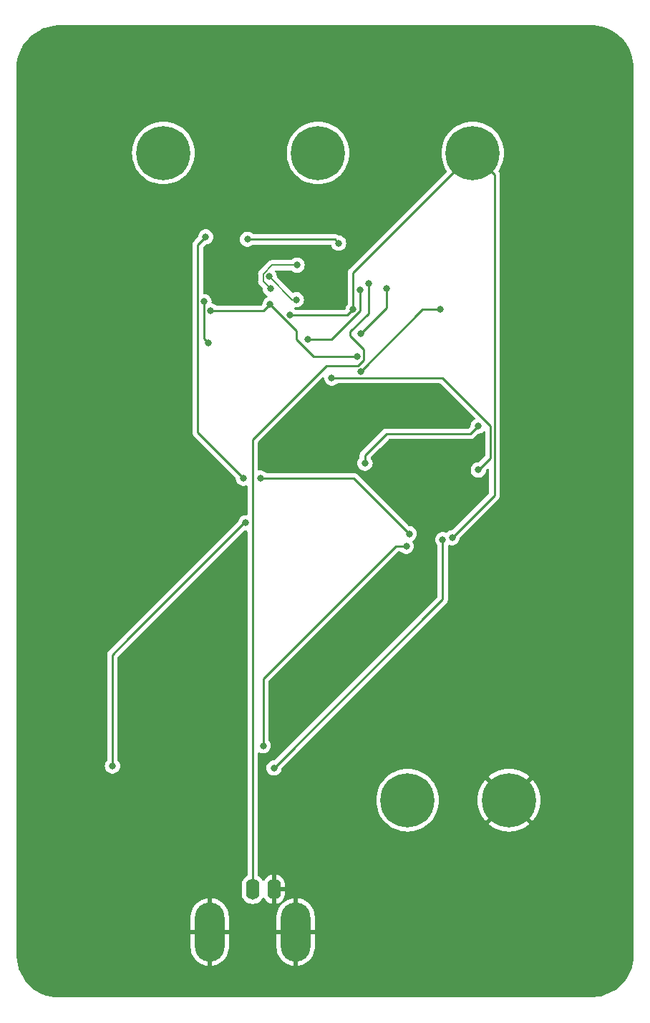
<source format=gbr>
%TF.GenerationSoftware,KiCad,Pcbnew,7.0.5*%
%TF.CreationDate,2023-09-04T17:01:56+02:00*%
%TF.ProjectId,mABoard,6d41426f-6172-4642-9e6b-696361645f70,rev?*%
%TF.SameCoordinates,Original*%
%TF.FileFunction,Copper,L2,Bot*%
%TF.FilePolarity,Positive*%
%FSLAX46Y46*%
G04 Gerber Fmt 4.6, Leading zero omitted, Abs format (unit mm)*
G04 Created by KiCad (PCBNEW 7.0.5) date 2023-09-04 17:01:56*
%MOMM*%
%LPD*%
G01*
G04 APERTURE LIST*
%TA.AperFunction,ComponentPad*%
%ADD10O,1.600000X2.500000*%
%TD*%
%TA.AperFunction,ComponentPad*%
%ADD11O,3.500000X7.000000*%
%TD*%
%TA.AperFunction,ComponentPad*%
%ADD12C,0.800000*%
%TD*%
%TA.AperFunction,ComponentPad*%
%ADD13C,6.400000*%
%TD*%
%TA.AperFunction,ViaPad*%
%ADD14C,0.800000*%
%TD*%
%TA.AperFunction,Conductor*%
%ADD15C,0.250000*%
%TD*%
%TA.AperFunction,Conductor*%
%ADD16C,0.200000*%
%TD*%
G04 APERTURE END LIST*
D10*
%TO.P,J2,1,In*%
%TO.N,IOUT*%
X83930000Y-144960000D03*
D11*
%TO.P,J2,2,Ext*%
%TO.N,GND*%
X78850000Y-150040000D03*
X89010000Y-150040000D03*
D10*
X86470000Y-144960000D03*
%TD*%
D12*
%TO.P,H5,1,1*%
%TO.N,VOUT*%
X102250000Y-132050000D03*
X103947056Y-136147056D03*
X103947056Y-132752944D03*
X104650000Y-134450000D03*
D13*
X102250000Y-134450000D03*
D12*
X102250000Y-136850000D03*
X100552944Y-132752944D03*
X100552944Y-136147056D03*
X99850000Y-134450000D03*
%TD*%
%TO.P,H4,1,1*%
%TO.N,GND*%
X114240000Y-132050000D03*
X115937056Y-136147056D03*
X115937056Y-132752944D03*
X116640000Y-134450000D03*
D13*
X114240000Y-134450000D03*
D12*
X114240000Y-136850000D03*
X112542944Y-132752944D03*
X112542944Y-136147056D03*
X111840000Y-134450000D03*
%TD*%
%TO.P,H3,1,1*%
%TO.N,Net-(FB2-Pad1)*%
X70970000Y-57900000D03*
X71672944Y-59597056D03*
X71672944Y-56202944D03*
X73370000Y-60300000D03*
D13*
X73370000Y-57900000D03*
D12*
X75770000Y-57900000D03*
X75067056Y-56202944D03*
X75067056Y-59597056D03*
X73370000Y-55500000D03*
%TD*%
%TO.P,H2,1,1*%
%TO.N,Net-(FB1-Pad1)*%
X89260000Y-57900000D03*
X89962944Y-59597056D03*
X89962944Y-56202944D03*
X91660000Y-60300000D03*
D13*
X91660000Y-57900000D03*
D12*
X94060000Y-57900000D03*
X93357056Y-56202944D03*
X93357056Y-59597056D03*
X91660000Y-55500000D03*
%TD*%
%TO.P,H1,1,1*%
%TO.N,-5V*%
X109950000Y-55500000D03*
X111647056Y-59597056D03*
X111647056Y-56202944D03*
X112350000Y-57900000D03*
D13*
X109950000Y-57900000D03*
D12*
X109950000Y-60300000D03*
X108252944Y-56202944D03*
X108252944Y-59597056D03*
X107550000Y-57900000D03*
%TD*%
D14*
%TO.N,Net-(U2B-+)*%
X106130000Y-76390000D03*
X96686630Y-83715391D03*
%TO.N,GND*%
X122287521Y-43350556D03*
X119744715Y-43351362D03*
X117201909Y-43352168D03*
X114659103Y-43352975D03*
X112116297Y-43353781D03*
X109573492Y-43354587D03*
X107030686Y-43355394D03*
X104487880Y-43356200D03*
X101945074Y-43357006D03*
X99402268Y-43357813D03*
X96859462Y-43358619D03*
X94316656Y-43359425D03*
X91773850Y-43360232D03*
X89231045Y-43361038D03*
X86688239Y-43361844D03*
X84145433Y-43362651D03*
X81602627Y-43363457D03*
X79059821Y-43364263D03*
X76517015Y-43365070D03*
X73974209Y-43365876D03*
X71431403Y-43366682D03*
X68888598Y-43367489D03*
X66345792Y-43368295D03*
X63802986Y-43369101D03*
X61260180Y-43369908D03*
X58835403Y-44027854D03*
X57084781Y-45802133D03*
X56600000Y-48268339D03*
X56600000Y-50811145D03*
X56600000Y-53353951D03*
X56600000Y-55896757D03*
X56600000Y-58439563D03*
X56600000Y-60982369D03*
X56600000Y-63525175D03*
X56600000Y-66067981D03*
X56600000Y-68610787D03*
X56600000Y-71153593D03*
X56600000Y-73696399D03*
X56600000Y-76239205D03*
X56600000Y-78782011D03*
X56600000Y-81324817D03*
X56600000Y-83867623D03*
X56600000Y-86410429D03*
X56600000Y-88953235D03*
X56600000Y-91496041D03*
X56600000Y-94038847D03*
X56600000Y-96581653D03*
X56600000Y-99124459D03*
X56600000Y-101667265D03*
X56600000Y-104210071D03*
X56600000Y-106752877D03*
X56600000Y-109295683D03*
X56600000Y-111838489D03*
X56600000Y-114381295D03*
X56600000Y-116924101D03*
X56600000Y-119466907D03*
X56600000Y-122009713D03*
X56600000Y-124552519D03*
X56600000Y-127095325D03*
X56600000Y-129638131D03*
X56600000Y-132180937D03*
X56600000Y-134723743D03*
X56600000Y-137266549D03*
X56600000Y-139809355D03*
X56600000Y-142352161D03*
X56600000Y-144894967D03*
X56600000Y-147437773D03*
X56600000Y-149980579D03*
X56600000Y-152523385D03*
X57215167Y-154951889D03*
X59006520Y-156684244D03*
X61462729Y-157209919D03*
X64005535Y-157209108D03*
X66548341Y-157208298D03*
X69091147Y-157207487D03*
X71633953Y-157206676D03*
X74176759Y-157205865D03*
X76719564Y-157205054D03*
X79262370Y-157204243D03*
X81805176Y-157203433D03*
X84347982Y-157202622D03*
X86890788Y-157201811D03*
X89433594Y-157201000D03*
X91976400Y-157200189D03*
X94519205Y-157199378D03*
X97062011Y-157198567D03*
X99604817Y-157197757D03*
X102147623Y-157196946D03*
X104690429Y-157196135D03*
X107233235Y-157195324D03*
X109776041Y-157194513D03*
X112318847Y-157193702D03*
X114861652Y-157192891D03*
X117404458Y-157192081D03*
X119947264Y-157191270D03*
X122490070Y-157190459D03*
X125020087Y-157051060D03*
X127159690Y-155759861D03*
X128336222Y-153567386D03*
X128420000Y-151030722D03*
X128420000Y-148487916D03*
X128420000Y-145945110D03*
X128420000Y-143402304D03*
X128420000Y-140859498D03*
X128420000Y-138316692D03*
X128420000Y-135773886D03*
X128420000Y-133231080D03*
X128420000Y-130688274D03*
X128420000Y-128145468D03*
X128420000Y-125602662D03*
X128420000Y-123059856D03*
X128420000Y-120517050D03*
X128420000Y-117974244D03*
X128420000Y-115431438D03*
X128420000Y-112888632D03*
X128420000Y-110345826D03*
X128420000Y-107803020D03*
X128420000Y-105260214D03*
X128420000Y-102717408D03*
X128420000Y-100174602D03*
X128420000Y-97631796D03*
X128420000Y-95088990D03*
X128420000Y-92546184D03*
X128420000Y-90003378D03*
X128420000Y-87460572D03*
X128420000Y-84917766D03*
X128420000Y-82374960D03*
X128420000Y-79832154D03*
X128420000Y-77289348D03*
X128420000Y-74746542D03*
X128420000Y-72203736D03*
X128420000Y-69660930D03*
X128420000Y-67118124D03*
X128420000Y-64575318D03*
X128420000Y-62032512D03*
X128420000Y-59489706D03*
X128420000Y-56946900D03*
X128420000Y-54404094D03*
X128420000Y-51861288D03*
X128420000Y-49318482D03*
X128266571Y-46787509D03*
X127041465Y-44601457D03*
X124828087Y-43411697D03*
%TO.N,-5V*%
X88332299Y-77087701D03*
X107530000Y-103400000D03*
%TO.N,+10V*%
X78370000Y-67820000D03*
X82830000Y-96360000D03*
X84870000Y-96360000D03*
X102450000Y-102940000D03*
%TO.N,-5V*%
X86450000Y-130640000D03*
X106400000Y-103640000D03*
%TO.N,Net-(D3-A)*%
X102100000Y-104400000D03*
X85160000Y-127990000D03*
%TO.N,Net-(D4-A)*%
X67340000Y-130410000D03*
X83110000Y-101650000D03*
%TO.N,IOUT*%
X97630000Y-73300000D03*
%TO.N,+10V*%
X99800000Y-73920000D03*
X96740000Y-79270000D03*
%TO.N,Net-(U2A-+)*%
X110620000Y-95380000D03*
X93280000Y-84520000D03*
%TO.N,Net-(J1-Pin_4)*%
X110600000Y-90210000D03*
X97210000Y-94580000D03*
%TO.N,Net-(Q1-B)*%
X96310000Y-81940000D03*
%TO.N,Net-(U1-Ref)*%
X90410000Y-79920000D03*
X96640000Y-74100000D03*
%TO.N,-5V*%
X95810000Y-76370000D03*
%TO.N,+10V*%
X94090000Y-68560000D03*
X83310000Y-68100000D03*
%TO.N,V-*%
X89180000Y-71170000D03*
X86040000Y-73950000D03*
%TO.N,V+*%
X85870000Y-72500000D03*
X89080000Y-75250000D03*
%TO.N,Net-(Q1-B)*%
X86000000Y-75780000D03*
X78940000Y-76550000D03*
%TO.N,VOUT*%
X78660000Y-80390000D03*
X78160000Y-75470000D03*
%TD*%
D15*
%TO.N,Net-(U2B-+)*%
X104012021Y-76390000D02*
X106130000Y-76390000D01*
X96686630Y-83715391D02*
X104012021Y-76390000D01*
%TO.N,-5V*%
X88332299Y-77087701D02*
X95092299Y-77087701D01*
X95092299Y-77087701D02*
X95810000Y-76370000D01*
X112530000Y-98400000D02*
X112530000Y-60480000D01*
X112530000Y-60480000D02*
X109950000Y-57900000D01*
X107530000Y-103400000D02*
X112530000Y-98400000D01*
%TO.N,+10V*%
X77435000Y-68755000D02*
X78370000Y-67820000D01*
X77435000Y-90965000D02*
X77435000Y-68755000D01*
X82830000Y-96360000D02*
X77435000Y-90965000D01*
X95870000Y-96360000D02*
X84870000Y-96360000D01*
X102450000Y-102940000D02*
X95870000Y-96360000D01*
%TO.N,-5V*%
X106400000Y-110690000D02*
X106400000Y-103640000D01*
X86450000Y-130640000D02*
X106400000Y-110690000D01*
%TO.N,Net-(D3-A)*%
X85160000Y-120110000D02*
X85160000Y-127990000D01*
X100870000Y-104400000D02*
X85160000Y-120110000D01*
X102100000Y-104400000D02*
X100870000Y-104400000D01*
%TO.N,Net-(D4-A)*%
X82930000Y-101650000D02*
X69320000Y-115260000D01*
X69320000Y-115260000D02*
X67340000Y-117240000D01*
X83110000Y-101650000D02*
X82930000Y-101650000D01*
X67340000Y-117240000D02*
X67340000Y-130410000D01*
%TO.N,IOUT*%
X83930000Y-91790000D02*
X83930000Y-144960000D01*
X92670000Y-83050000D02*
X83930000Y-91790000D01*
X96400000Y-83050000D02*
X92670000Y-83050000D01*
X97035000Y-82415000D02*
X96400000Y-83050000D01*
X97035000Y-81115000D02*
X97035000Y-82415000D01*
X96960000Y-81040000D02*
X97035000Y-81115000D01*
X96960000Y-81010000D02*
X96960000Y-81040000D01*
X95450000Y-79030000D02*
X95450000Y-79500000D01*
X97630000Y-76850000D02*
X95450000Y-79030000D01*
X97630000Y-73300000D02*
X97630000Y-76850000D01*
X95450000Y-79500000D02*
X96960000Y-81010000D01*
%TO.N,+10V*%
X99800000Y-76210000D02*
X96740000Y-79270000D01*
X99800000Y-73920000D02*
X99800000Y-76210000D01*
%TO.N,Net-(U2A-+)*%
X110660000Y-95380000D02*
X110620000Y-95380000D01*
X112080000Y-93970000D02*
X112070000Y-93970000D01*
X106380000Y-84520000D02*
X112080000Y-90220000D01*
X93280000Y-84520000D02*
X106380000Y-84520000D01*
X112080000Y-90220000D02*
X112080000Y-93970000D01*
X112070000Y-93970000D02*
X110660000Y-95380000D01*
%TO.N,Net-(J1-Pin_4)*%
X109700000Y-91110000D02*
X110600000Y-90210000D01*
X109400000Y-91110000D02*
X109700000Y-91110000D01*
X98490000Y-92380000D02*
X99760000Y-91110000D01*
X99760000Y-91110000D02*
X109400000Y-91110000D01*
X97210000Y-93660000D02*
X98490000Y-92380000D01*
X97210000Y-94580000D02*
X97210000Y-93660000D01*
%TO.N,Net-(Q1-B)*%
X91130000Y-81940000D02*
X96310000Y-81940000D01*
X89110000Y-79920000D02*
X91130000Y-81940000D01*
X86000000Y-75780000D02*
X89110000Y-78890000D01*
X89110000Y-78890000D02*
X89110000Y-79920000D01*
%TO.N,Net-(U1-Ref)*%
X93285305Y-79920000D02*
X90410000Y-79920000D01*
X96640000Y-74100000D02*
X96640000Y-76565305D01*
X96640000Y-76565305D02*
X93285305Y-79920000D01*
%TO.N,-5V*%
X95810000Y-72040000D02*
X95810000Y-76370000D01*
X109950000Y-57900000D02*
X95810000Y-72040000D01*
%TO.N,+10V*%
X94090000Y-68560000D02*
X93630000Y-68100000D01*
X93630000Y-68100000D02*
X83310000Y-68100000D01*
D16*
%TO.N,V-*%
X85170000Y-73080000D02*
X86040000Y-73950000D01*
X85170000Y-72210050D02*
X85170000Y-73080000D01*
X86210050Y-71170000D02*
X85170000Y-72210050D01*
X89180000Y-71170000D02*
X86210050Y-71170000D01*
%TO.N,V+*%
X88620000Y-75250000D02*
X85870000Y-72500000D01*
X89080000Y-75250000D02*
X88620000Y-75250000D01*
D15*
%TO.N,Net-(Q1-B)*%
X85230000Y-76550000D02*
X86000000Y-75780000D01*
X78940000Y-76550000D02*
X85230000Y-76550000D01*
%TO.N,VOUT*%
X78160000Y-79890000D02*
X78660000Y-80390000D01*
X78160000Y-75470000D02*
X78160000Y-79890000D01*
%TD*%
%TA.AperFunction,Conductor*%
%TO.N,GND*%
G36*
X116096420Y-135952867D02*
G01*
X116034601Y-135911561D01*
X115961680Y-135897056D01*
X115912432Y-135897056D01*
X115839511Y-135911561D01*
X115756816Y-135966816D01*
X115701561Y-136049511D01*
X115682158Y-136147056D01*
X115701561Y-136244601D01*
X115742867Y-136306420D01*
X115184180Y-135747733D01*
X115374870Y-135584870D01*
X115537733Y-135394180D01*
X116096420Y-135952867D01*
G37*
%TD.AperFunction*%
%TA.AperFunction,Conductor*%
G36*
X113105130Y-135584870D02*
G01*
X113295819Y-135747733D01*
X112737135Y-136306416D01*
X112778439Y-136244601D01*
X112797842Y-136147056D01*
X112778439Y-136049511D01*
X112723184Y-135966816D01*
X112640489Y-135911561D01*
X112567568Y-135897056D01*
X112518320Y-135897056D01*
X112445399Y-135911561D01*
X112383577Y-135952868D01*
X112942266Y-135394180D01*
X113105130Y-135584870D01*
G37*
%TD.AperFunction*%
%TA.AperFunction,Conductor*%
G36*
X113295819Y-133152266D02*
G01*
X113105130Y-133315130D01*
X112942266Y-133505819D01*
X112383581Y-132947133D01*
X112445399Y-132988439D01*
X112518320Y-133002944D01*
X112567568Y-133002944D01*
X112640489Y-132988439D01*
X112723184Y-132933184D01*
X112778439Y-132850489D01*
X112797842Y-132752944D01*
X112778439Y-132655399D01*
X112737133Y-132593581D01*
X113295819Y-133152266D01*
G37*
%TD.AperFunction*%
%TA.AperFunction,Conductor*%
G36*
X115701561Y-132655399D02*
G01*
X115682158Y-132752944D01*
X115701561Y-132850489D01*
X115756816Y-132933184D01*
X115839511Y-132988439D01*
X115912432Y-133002944D01*
X115961680Y-133002944D01*
X116034601Y-132988439D01*
X116096415Y-132947135D01*
X115537732Y-133505818D01*
X115374870Y-133315130D01*
X115184180Y-133152266D01*
X115742867Y-132593578D01*
X115701561Y-132655399D01*
G37*
%TD.AperFunction*%
%TA.AperFunction,Conductor*%
G36*
X124001279Y-42790552D02*
G01*
X124217340Y-42799489D01*
X124415936Y-42808160D01*
X124420863Y-42808574D01*
X124636814Y-42835492D01*
X124834704Y-42861545D01*
X124837265Y-42861883D01*
X124841894Y-42862671D01*
X125054230Y-42907193D01*
X125252525Y-42951155D01*
X125256784Y-42952259D01*
X125464529Y-43014108D01*
X125503425Y-43026372D01*
X125506763Y-43027530D01*
X125986766Y-43209721D01*
X126063198Y-43238732D01*
X126068428Y-43240997D01*
X126250350Y-43329933D01*
X126251660Y-43330595D01*
X126432023Y-43424486D01*
X126435107Y-43426207D01*
X126543221Y-43490628D01*
X126620611Y-43536742D01*
X126622127Y-43537676D01*
X126708578Y-43592752D01*
X126793663Y-43646958D01*
X126796377Y-43648789D01*
X126891730Y-43716870D01*
X126972053Y-43774219D01*
X126973769Y-43775490D01*
X127135117Y-43899297D01*
X127137426Y-43901159D01*
X127302150Y-44040673D01*
X127303956Y-44042264D01*
X127453905Y-44179667D01*
X127455827Y-44181506D01*
X127608491Y-44334170D01*
X127610328Y-44336089D01*
X127747725Y-44486032D01*
X127749325Y-44487848D01*
X127888841Y-44652574D01*
X127890718Y-44654902D01*
X127932039Y-44708753D01*
X127934525Y-44712236D01*
X128374055Y-45375133D01*
X128377378Y-45380770D01*
X128459397Y-45538326D01*
X128460102Y-45539724D01*
X128546870Y-45717209D01*
X128549817Y-45724324D01*
X128836435Y-46559613D01*
X128841682Y-46580845D01*
X128987997Y-47523769D01*
X128988672Y-47530576D01*
X128990526Y-47573040D01*
X128999447Y-47788718D01*
X128999500Y-47791280D01*
X128999500Y-152788719D01*
X128999447Y-152791281D01*
X128990519Y-153007129D01*
X128981839Y-153205918D01*
X128981422Y-153210884D01*
X128954515Y-153426745D01*
X128928116Y-153627262D01*
X128927327Y-153631894D01*
X128882825Y-153844137D01*
X128844391Y-154017505D01*
X128835643Y-154053540D01*
X128834815Y-154056606D01*
X128775904Y-154254483D01*
X128714683Y-154448654D01*
X128713311Y-154452549D01*
X128634771Y-154653828D01*
X128634293Y-154655017D01*
X128571007Y-154807804D01*
X128568391Y-154813332D01*
X128226332Y-155452591D01*
X128223955Y-155456655D01*
X128143036Y-155583670D01*
X128141205Y-155586384D01*
X128022071Y-155753241D01*
X128007829Y-155769863D01*
X126889679Y-156862792D01*
X126875058Y-156875033D01*
X126796395Y-156931198D01*
X126793680Y-156933030D01*
X126661763Y-157017070D01*
X126642688Y-157027011D01*
X125135311Y-157652881D01*
X125114600Y-157659421D01*
X125054111Y-157672831D01*
X124980595Y-157688245D01*
X124973822Y-157689279D01*
X123938151Y-157789213D01*
X123932193Y-157789500D01*
X61001280Y-157789500D01*
X60998719Y-157789447D01*
X60991843Y-157789162D01*
X60782759Y-157780514D01*
X60584082Y-157771839D01*
X60579116Y-157771422D01*
X60515524Y-157763495D01*
X60508880Y-157762297D01*
X59218455Y-157456235D01*
X59210216Y-157453664D01*
X59174313Y-157439655D01*
X59136143Y-157424761D01*
X59135030Y-157424314D01*
X59115753Y-157416329D01*
X59071899Y-157398163D01*
X59066524Y-157395628D01*
X58259375Y-156966604D01*
X58255160Y-156964146D01*
X58206333Y-156933039D01*
X58203619Y-156931208D01*
X58124941Y-156875033D01*
X58027940Y-156805775D01*
X58026242Y-156804518D01*
X57912761Y-156717441D01*
X57899394Y-156705559D01*
X56998762Y-155780364D01*
X56994004Y-155774865D01*
X56985486Y-155763763D01*
X56984218Y-155762051D01*
X56903497Y-155648994D01*
X56899020Y-155641711D01*
X56317913Y-154531536D01*
X56315082Y-154525316D01*
X56314863Y-154524757D01*
X56286676Y-154452517D01*
X56285319Y-154448665D01*
X56243867Y-154317198D01*
X56242386Y-154311600D01*
X56070720Y-153513350D01*
X56069653Y-153506583D01*
X56003123Y-152850795D01*
X56002863Y-152847137D01*
X56000550Y-152791231D01*
X56000500Y-152788769D01*
X56000500Y-151865236D01*
X76600000Y-151865236D01*
X76615084Y-152090564D01*
X76615086Y-152090573D01*
X76675083Y-152385758D01*
X76675087Y-152385773D01*
X76773901Y-152670343D01*
X76773903Y-152670346D01*
X76909759Y-152939198D01*
X77080254Y-153187564D01*
X77282314Y-153410971D01*
X77512361Y-153605464D01*
X77766271Y-153767554D01*
X77766273Y-153767555D01*
X78039514Y-153894351D01*
X78039528Y-153894356D01*
X78327234Y-153983605D01*
X78600000Y-154029614D01*
X78600000Y-151014625D01*
X78747801Y-151045000D01*
X78900967Y-151045000D01*
X79053348Y-151029504D01*
X79100000Y-151014867D01*
X79100000Y-154026207D01*
X79225076Y-154013624D01*
X79225079Y-154013623D01*
X79518107Y-153943791D01*
X79518116Y-153943789D01*
X79799216Y-153835525D01*
X79799231Y-153835518D01*
X80063395Y-153690751D01*
X80063401Y-153690747D01*
X80305911Y-153512064D01*
X80522451Y-153302644D01*
X80522457Y-153302637D01*
X80709145Y-153066231D01*
X80862657Y-152807051D01*
X80862666Y-152807033D01*
X80980260Y-152529716D01*
X80980265Y-152529699D01*
X81059848Y-152239173D01*
X81100000Y-151940616D01*
X81100000Y-151865236D01*
X86760000Y-151865236D01*
X86775084Y-152090564D01*
X86775086Y-152090573D01*
X86835083Y-152385758D01*
X86835087Y-152385773D01*
X86933901Y-152670343D01*
X86933903Y-152670346D01*
X87069759Y-152939198D01*
X87240254Y-153187564D01*
X87442314Y-153410971D01*
X87672361Y-153605464D01*
X87926271Y-153767554D01*
X87926273Y-153767555D01*
X88199514Y-153894351D01*
X88199528Y-153894356D01*
X88487234Y-153983605D01*
X88760000Y-154029614D01*
X88760000Y-151014625D01*
X88907801Y-151045000D01*
X89060967Y-151045000D01*
X89213348Y-151029504D01*
X89260000Y-151014867D01*
X89260000Y-154026207D01*
X89385076Y-154013624D01*
X89385079Y-154013623D01*
X89678107Y-153943791D01*
X89678116Y-153943789D01*
X89959216Y-153835525D01*
X89959231Y-153835518D01*
X90223395Y-153690751D01*
X90223401Y-153690747D01*
X90465911Y-153512064D01*
X90682451Y-153302644D01*
X90682457Y-153302637D01*
X90869145Y-153066231D01*
X91022657Y-152807051D01*
X91022666Y-152807033D01*
X91140260Y-152529716D01*
X91140265Y-152529699D01*
X91219848Y-152239173D01*
X91260000Y-151940616D01*
X91260000Y-150290000D01*
X89983411Y-150290000D01*
X90008534Y-150192970D01*
X90018886Y-149988835D01*
X89988426Y-149790000D01*
X91260000Y-149790000D01*
X91260000Y-148214763D01*
X91244915Y-147989435D01*
X91244913Y-147989426D01*
X91184916Y-147694241D01*
X91184912Y-147694226D01*
X91086098Y-147409656D01*
X91086096Y-147409653D01*
X90950240Y-147140801D01*
X90779745Y-146892435D01*
X90577685Y-146669028D01*
X90347638Y-146474535D01*
X90093728Y-146312445D01*
X90093726Y-146312444D01*
X89820485Y-146185648D01*
X89820471Y-146185643D01*
X89532765Y-146096394D01*
X89260000Y-146050384D01*
X89260000Y-149065374D01*
X89112199Y-149035000D01*
X88959033Y-149035000D01*
X88806652Y-149050496D01*
X88760000Y-149065132D01*
X88760000Y-146053792D01*
X88634922Y-146066375D01*
X88634920Y-146066376D01*
X88341892Y-146136208D01*
X88341883Y-146136210D01*
X88060783Y-146244474D01*
X88060768Y-146244481D01*
X87796604Y-146389248D01*
X87796598Y-146389252D01*
X87554088Y-146567935D01*
X87337548Y-146777355D01*
X87337542Y-146777362D01*
X87150854Y-147013768D01*
X86997342Y-147272948D01*
X86997333Y-147272966D01*
X86879739Y-147550283D01*
X86879734Y-147550300D01*
X86800151Y-147840826D01*
X86760000Y-148139383D01*
X86760000Y-149790000D01*
X88036589Y-149790000D01*
X88011466Y-149887030D01*
X88001114Y-150091165D01*
X88031574Y-150290000D01*
X86760000Y-150290000D01*
X86760000Y-151865236D01*
X81100000Y-151865236D01*
X81100000Y-150290000D01*
X79823411Y-150290000D01*
X79848534Y-150192970D01*
X79858886Y-149988835D01*
X79828426Y-149790000D01*
X81100000Y-149790000D01*
X81100000Y-148214763D01*
X81084915Y-147989435D01*
X81084913Y-147989426D01*
X81024916Y-147694241D01*
X81024912Y-147694226D01*
X80926098Y-147409656D01*
X80926096Y-147409653D01*
X80790240Y-147140801D01*
X80619745Y-146892435D01*
X80417685Y-146669028D01*
X80187638Y-146474535D01*
X79933728Y-146312445D01*
X79933726Y-146312444D01*
X79660485Y-146185648D01*
X79660471Y-146185643D01*
X79372765Y-146096394D01*
X79100000Y-146050384D01*
X79100000Y-149065374D01*
X78952199Y-149035000D01*
X78799033Y-149035000D01*
X78646652Y-149050496D01*
X78600000Y-149065132D01*
X78600000Y-146053792D01*
X78474922Y-146066375D01*
X78474920Y-146066376D01*
X78181892Y-146136208D01*
X78181883Y-146136210D01*
X77900783Y-146244474D01*
X77900768Y-146244481D01*
X77636604Y-146389248D01*
X77636598Y-146389252D01*
X77394088Y-146567935D01*
X77177548Y-146777355D01*
X77177542Y-146777362D01*
X76990854Y-147013768D01*
X76837342Y-147272948D01*
X76837333Y-147272966D01*
X76719739Y-147550283D01*
X76719734Y-147550300D01*
X76640151Y-147840826D01*
X76600000Y-148139383D01*
X76600000Y-149790000D01*
X77876589Y-149790000D01*
X77851466Y-149887030D01*
X77841114Y-150091165D01*
X77871574Y-150290000D01*
X76600000Y-150290000D01*
X76600000Y-151865236D01*
X56000500Y-151865236D01*
X56000500Y-130410000D01*
X66434540Y-130410000D01*
X66454326Y-130598256D01*
X66454327Y-130598259D01*
X66512818Y-130778277D01*
X66512821Y-130778284D01*
X66607467Y-130942216D01*
X66666949Y-131008277D01*
X66734129Y-131082888D01*
X66887265Y-131194148D01*
X66887270Y-131194151D01*
X67060192Y-131271142D01*
X67060197Y-131271144D01*
X67245354Y-131310500D01*
X67245355Y-131310500D01*
X67434644Y-131310500D01*
X67434646Y-131310500D01*
X67619803Y-131271144D01*
X67792730Y-131194151D01*
X67945871Y-131082888D01*
X68072533Y-130942216D01*
X68167179Y-130778284D01*
X68225674Y-130598256D01*
X68245460Y-130410000D01*
X68225674Y-130221744D01*
X68167179Y-130041716D01*
X68072533Y-129877784D01*
X68072528Y-129877778D01*
X67997350Y-129794284D01*
X67967120Y-129731292D01*
X67965500Y-129711312D01*
X67965500Y-117550452D01*
X67985185Y-117483413D01*
X68001819Y-117462771D01*
X69795484Y-115669107D01*
X69795499Y-115669089D01*
X82884235Y-102580353D01*
X82945556Y-102546870D01*
X82997693Y-102546746D01*
X83015354Y-102550500D01*
X83015357Y-102550500D01*
X83180500Y-102550500D01*
X83247539Y-102570185D01*
X83293294Y-102622989D01*
X83304500Y-102674500D01*
X83304500Y-143295811D01*
X83284815Y-143362850D01*
X83251623Y-143397386D01*
X83090859Y-143509953D01*
X82929954Y-143670858D01*
X82799432Y-143857265D01*
X82799431Y-143857267D01*
X82703261Y-144063502D01*
X82703258Y-144063511D01*
X82644366Y-144283302D01*
X82644364Y-144283312D01*
X82629500Y-144453214D01*
X82629500Y-145466785D01*
X82644364Y-145636687D01*
X82644366Y-145636697D01*
X82703258Y-145856488D01*
X82703261Y-145856497D01*
X82799431Y-146062732D01*
X82799432Y-146062734D01*
X82929954Y-146249141D01*
X83090858Y-146410045D01*
X83090861Y-146410047D01*
X83277266Y-146540568D01*
X83483504Y-146636739D01*
X83703308Y-146695635D01*
X83865230Y-146709801D01*
X83929998Y-146715468D01*
X83930000Y-146715468D01*
X83930002Y-146715468D01*
X83986673Y-146710509D01*
X84156692Y-146695635D01*
X84376496Y-146636739D01*
X84582734Y-146540568D01*
X84769139Y-146410047D01*
X84930047Y-146249139D01*
X85060568Y-146062734D01*
X85087895Y-146004129D01*
X85134064Y-145951695D01*
X85201257Y-145932542D01*
X85268139Y-145952757D01*
X85312657Y-146004133D01*
X85339865Y-146062482D01*
X85470342Y-146248820D01*
X85631179Y-146409657D01*
X85817517Y-146540134D01*
X86023673Y-146636265D01*
X86023682Y-146636269D01*
X86219999Y-146688872D01*
X86220000Y-146688871D01*
X86220000Y-145328137D01*
X86274741Y-145365459D01*
X86402927Y-145405000D01*
X86503346Y-145405000D01*
X86602647Y-145390033D01*
X86720000Y-145333518D01*
X86720000Y-146688872D01*
X86916317Y-146636269D01*
X86916326Y-146636265D01*
X87122482Y-146540134D01*
X87308820Y-146409657D01*
X87469657Y-146248820D01*
X87600134Y-146062482D01*
X87696265Y-145856326D01*
X87696269Y-145856317D01*
X87755139Y-145636610D01*
X87755141Y-145636599D01*
X87769999Y-145466766D01*
X87770000Y-145466763D01*
X87770000Y-145210000D01*
X86839503Y-145210000D01*
X86888917Y-145124413D01*
X86918768Y-144993630D01*
X86908743Y-144859860D01*
X86859734Y-144734987D01*
X86839807Y-144710000D01*
X87770000Y-144710000D01*
X87770000Y-144453236D01*
X87769999Y-144453233D01*
X87755141Y-144283400D01*
X87755139Y-144283389D01*
X87696269Y-144063682D01*
X87696265Y-144063673D01*
X87600134Y-143857517D01*
X87469657Y-143671179D01*
X87308820Y-143510342D01*
X87122482Y-143379865D01*
X86916328Y-143283734D01*
X86719999Y-143231127D01*
X86719999Y-144591862D01*
X86665259Y-144554541D01*
X86537073Y-144515000D01*
X86436654Y-144515000D01*
X86337353Y-144529967D01*
X86220000Y-144586481D01*
X86220000Y-143231127D01*
X86023671Y-143283734D01*
X85817517Y-143379865D01*
X85631179Y-143510342D01*
X85470342Y-143671179D01*
X85339867Y-143857515D01*
X85312657Y-143915867D01*
X85266484Y-143968306D01*
X85199290Y-143987457D01*
X85132409Y-143967241D01*
X85087893Y-143915865D01*
X85060570Y-143857271D01*
X85060567Y-143857265D01*
X84930045Y-143670858D01*
X84769140Y-143509953D01*
X84608377Y-143397386D01*
X84564752Y-143342809D01*
X84555500Y-143295811D01*
X84555500Y-134450000D01*
X98544422Y-134450000D01*
X98564722Y-134837339D01*
X98625397Y-135220427D01*
X98625397Y-135220429D01*
X98725788Y-135595094D01*
X98864787Y-135957197D01*
X99040877Y-136302793D01*
X99252122Y-136628082D01*
X99352838Y-136752455D01*
X99496219Y-136929516D01*
X99770484Y-137203781D01*
X99770488Y-137203784D01*
X100071917Y-137447877D01*
X100397206Y-137659122D01*
X100397211Y-137659125D01*
X100742806Y-137835214D01*
X101104913Y-137974214D01*
X101479567Y-138074602D01*
X101862662Y-138135278D01*
X102228576Y-138154455D01*
X102249999Y-138155578D01*
X102250000Y-138155578D01*
X102250001Y-138155578D01*
X102270301Y-138154514D01*
X102637338Y-138135278D01*
X103020433Y-138074602D01*
X103395087Y-137974214D01*
X103757194Y-137835214D01*
X104102789Y-137659125D01*
X104428084Y-137447876D01*
X104729516Y-137203781D01*
X105003781Y-136929516D01*
X105247876Y-136628084D01*
X105459125Y-136302789D01*
X105635214Y-135957194D01*
X105774214Y-135595087D01*
X105874602Y-135220433D01*
X105935278Y-134837338D01*
X105955578Y-134450000D01*
X110534922Y-134450000D01*
X110555219Y-134837287D01*
X110615886Y-135220323D01*
X110615887Y-135220330D01*
X110716262Y-135594936D01*
X110855244Y-135956994D01*
X111031310Y-136302543D01*
X111242531Y-136627793D01*
X111451095Y-136885350D01*
X111451096Y-136885350D01*
X112348756Y-135987689D01*
X112307449Y-136049511D01*
X112288046Y-136147056D01*
X112307449Y-136244601D01*
X112362704Y-136327296D01*
X112445399Y-136382551D01*
X112518320Y-136397056D01*
X112567568Y-136397056D01*
X112640489Y-136382551D01*
X112702304Y-136341247D01*
X111804648Y-137238903D01*
X111804649Y-137238904D01*
X112062206Y-137447468D01*
X112387456Y-137658689D01*
X112733005Y-137834755D01*
X113095063Y-137973737D01*
X113469669Y-138074112D01*
X113469676Y-138074113D01*
X113852712Y-138134780D01*
X114239999Y-138155078D01*
X114240001Y-138155078D01*
X114627287Y-138134780D01*
X115010323Y-138074113D01*
X115010330Y-138074112D01*
X115384936Y-137973737D01*
X115746994Y-137834755D01*
X116092543Y-137658689D01*
X116417783Y-137447476D01*
X116417785Y-137447475D01*
X116675349Y-137238902D01*
X115777691Y-136341244D01*
X115839511Y-136382551D01*
X115912432Y-136397056D01*
X115961680Y-136397056D01*
X116034601Y-136382551D01*
X116117296Y-136327296D01*
X116172551Y-136244601D01*
X116191954Y-136147056D01*
X116172551Y-136049511D01*
X116131244Y-135987691D01*
X117028902Y-136885349D01*
X117237475Y-136627785D01*
X117237476Y-136627783D01*
X117448689Y-136302543D01*
X117624755Y-135956994D01*
X117763737Y-135594936D01*
X117864112Y-135220330D01*
X117864113Y-135220323D01*
X117924780Y-134837287D01*
X117945078Y-134450000D01*
X117945078Y-134449999D01*
X117924780Y-134062712D01*
X117864113Y-133679676D01*
X117864112Y-133679669D01*
X117763737Y-133305063D01*
X117624755Y-132943005D01*
X117448689Y-132597456D01*
X117237468Y-132272206D01*
X117028904Y-132014649D01*
X117028903Y-132014648D01*
X116131247Y-132912303D01*
X116172551Y-132850489D01*
X116191954Y-132752944D01*
X116172551Y-132655399D01*
X116117296Y-132572704D01*
X116034601Y-132517449D01*
X115961680Y-132502944D01*
X115912432Y-132502944D01*
X115839511Y-132517449D01*
X115777690Y-132558755D01*
X116675350Y-131661096D01*
X116675350Y-131661095D01*
X116417793Y-131452531D01*
X116092543Y-131241310D01*
X115746994Y-131065244D01*
X115384936Y-130926262D01*
X115010330Y-130825887D01*
X115010323Y-130825886D01*
X114627287Y-130765219D01*
X114240001Y-130744922D01*
X114239999Y-130744922D01*
X113852712Y-130765219D01*
X113469676Y-130825886D01*
X113469669Y-130825887D01*
X113095063Y-130926262D01*
X112733005Y-131065244D01*
X112387456Y-131241310D01*
X112062206Y-131452531D01*
X111804648Y-131661095D01*
X111804648Y-131661096D01*
X112702306Y-132558754D01*
X112640489Y-132517449D01*
X112567568Y-132502944D01*
X112518320Y-132502944D01*
X112445399Y-132517449D01*
X112362704Y-132572704D01*
X112307449Y-132655399D01*
X112288046Y-132752944D01*
X112307449Y-132850489D01*
X112348754Y-132912306D01*
X111451096Y-132014648D01*
X111451095Y-132014648D01*
X111242531Y-132272206D01*
X111031310Y-132597456D01*
X110855244Y-132943005D01*
X110716262Y-133305063D01*
X110615887Y-133679669D01*
X110615886Y-133679676D01*
X110555219Y-134062712D01*
X110534922Y-134449999D01*
X110534922Y-134450000D01*
X105955578Y-134450000D01*
X105935278Y-134062662D01*
X105874602Y-133679567D01*
X105774214Y-133304913D01*
X105635214Y-132942806D01*
X105459125Y-132597211D01*
X105407327Y-132517449D01*
X105247877Y-132271917D01*
X105003784Y-131970488D01*
X105003781Y-131970484D01*
X104729516Y-131696219D01*
X104488619Y-131501144D01*
X104428082Y-131452122D01*
X104102793Y-131240877D01*
X103757197Y-131064787D01*
X103395094Y-130925788D01*
X103395087Y-130925786D01*
X103020433Y-130825398D01*
X103020429Y-130825397D01*
X103020428Y-130825397D01*
X102637339Y-130764722D01*
X102250001Y-130744422D01*
X102249999Y-130744422D01*
X101862660Y-130764722D01*
X101479572Y-130825397D01*
X101479570Y-130825397D01*
X101104905Y-130925788D01*
X100742802Y-131064787D01*
X100397206Y-131240877D01*
X100071917Y-131452122D01*
X99770488Y-131696215D01*
X99770480Y-131696222D01*
X99496222Y-131970480D01*
X99496215Y-131970488D01*
X99252122Y-132271917D01*
X99040877Y-132597206D01*
X98864787Y-132942802D01*
X98725788Y-133304905D01*
X98625397Y-133679570D01*
X98625397Y-133679572D01*
X98564722Y-134062660D01*
X98544422Y-134449999D01*
X98544422Y-134450000D01*
X84555500Y-134450000D01*
X84555500Y-128897521D01*
X84575185Y-128830482D01*
X84627989Y-128784727D01*
X84697147Y-128774783D01*
X84729929Y-128784239D01*
X84880197Y-128851144D01*
X85065354Y-128890500D01*
X85065355Y-128890500D01*
X85254644Y-128890500D01*
X85254646Y-128890500D01*
X85439803Y-128851144D01*
X85612730Y-128774151D01*
X85765871Y-128662888D01*
X85892533Y-128522216D01*
X85987179Y-128358284D01*
X86045674Y-128178256D01*
X86065460Y-127990000D01*
X86045674Y-127801744D01*
X85987179Y-127621716D01*
X85892533Y-127457784D01*
X85817350Y-127374284D01*
X85787120Y-127311292D01*
X85785500Y-127291312D01*
X85785500Y-120420452D01*
X85805185Y-120353413D01*
X85821819Y-120332771D01*
X101092772Y-105061819D01*
X101154095Y-105028334D01*
X101180453Y-105025500D01*
X101396252Y-105025500D01*
X101463291Y-105045185D01*
X101488400Y-105066526D01*
X101494126Y-105072885D01*
X101494130Y-105072889D01*
X101647265Y-105184148D01*
X101647270Y-105184151D01*
X101820192Y-105261142D01*
X101820197Y-105261144D01*
X102005354Y-105300500D01*
X102005355Y-105300500D01*
X102194644Y-105300500D01*
X102194646Y-105300500D01*
X102379803Y-105261144D01*
X102552730Y-105184151D01*
X102705871Y-105072888D01*
X102832533Y-104932216D01*
X102927179Y-104768284D01*
X102985674Y-104588256D01*
X103005460Y-104400000D01*
X102985674Y-104211744D01*
X102927179Y-104031716D01*
X102849775Y-103897649D01*
X102833303Y-103829750D01*
X102856156Y-103763723D01*
X102898222Y-103729329D01*
X102897107Y-103727397D01*
X102902724Y-103724153D01*
X102902730Y-103724151D01*
X103055871Y-103612888D01*
X103182533Y-103472216D01*
X103277179Y-103308284D01*
X103335674Y-103128256D01*
X103355460Y-102940000D01*
X103335674Y-102751744D01*
X103277179Y-102571716D01*
X103182533Y-102407784D01*
X103055871Y-102267112D01*
X103055870Y-102267111D01*
X102902734Y-102155851D01*
X102902729Y-102155848D01*
X102729807Y-102078857D01*
X102729802Y-102078855D01*
X102584001Y-102047865D01*
X102544646Y-102039500D01*
X102544645Y-102039500D01*
X102485453Y-102039500D01*
X102418414Y-102019815D01*
X102397772Y-102003181D01*
X96370803Y-95976212D01*
X96360980Y-95963950D01*
X96360759Y-95964134D01*
X96355786Y-95958122D01*
X96306066Y-95911432D01*
X96304666Y-95910075D01*
X96284476Y-95889884D01*
X96278986Y-95885625D01*
X96274561Y-95881847D01*
X96240582Y-95849938D01*
X96240580Y-95849936D01*
X96240577Y-95849935D01*
X96223029Y-95840288D01*
X96206763Y-95829604D01*
X96190933Y-95817325D01*
X96148168Y-95798818D01*
X96142922Y-95796248D01*
X96102093Y-95773803D01*
X96102092Y-95773802D01*
X96082693Y-95768822D01*
X96064281Y-95762518D01*
X96045898Y-95754562D01*
X96045892Y-95754560D01*
X95999874Y-95747272D01*
X95994152Y-95746087D01*
X95949021Y-95734500D01*
X95949019Y-95734500D01*
X95928984Y-95734500D01*
X95909586Y-95732973D01*
X95902162Y-95731797D01*
X95889805Y-95729840D01*
X95889804Y-95729840D01*
X95843416Y-95734225D01*
X95837578Y-95734500D01*
X85573748Y-95734500D01*
X85506709Y-95714815D01*
X85481600Y-95693474D01*
X85475873Y-95687114D01*
X85475869Y-95687110D01*
X85322734Y-95575851D01*
X85322729Y-95575848D01*
X85149807Y-95498857D01*
X85149802Y-95498855D01*
X85004000Y-95467865D01*
X84964646Y-95459500D01*
X84775354Y-95459500D01*
X84705278Y-95474394D01*
X84635613Y-95469078D01*
X84579880Y-95426940D01*
X84555775Y-95361360D01*
X84555500Y-95353104D01*
X84555500Y-92100451D01*
X84575185Y-92033412D01*
X84591814Y-92012775D01*
X92163138Y-84441450D01*
X92224459Y-84407967D01*
X92294151Y-84412951D01*
X92350084Y-84454823D01*
X92374138Y-84516172D01*
X92374540Y-84519998D01*
X92374540Y-84520000D01*
X92394326Y-84708256D01*
X92394327Y-84708259D01*
X92452818Y-84888277D01*
X92452821Y-84888284D01*
X92547467Y-85052216D01*
X92649185Y-85165185D01*
X92674129Y-85192888D01*
X92827265Y-85304148D01*
X92827270Y-85304151D01*
X93000192Y-85381142D01*
X93000197Y-85381144D01*
X93185354Y-85420500D01*
X93185355Y-85420500D01*
X93374644Y-85420500D01*
X93374646Y-85420500D01*
X93559803Y-85381144D01*
X93732730Y-85304151D01*
X93885871Y-85192888D01*
X93888788Y-85189647D01*
X93891600Y-85186526D01*
X93951087Y-85149879D01*
X93983748Y-85145500D01*
X106069548Y-85145500D01*
X106136587Y-85165185D01*
X106157229Y-85181819D01*
X110195436Y-89220026D01*
X110228921Y-89281349D01*
X110223937Y-89351041D01*
X110182065Y-89406974D01*
X110158195Y-89420985D01*
X110147266Y-89425851D01*
X110147265Y-89425851D01*
X109994129Y-89537111D01*
X109867466Y-89677785D01*
X109772821Y-89841715D01*
X109772818Y-89841722D01*
X109714327Y-90021740D01*
X109714326Y-90021744D01*
X109696679Y-90189650D01*
X109670094Y-90254264D01*
X109661039Y-90264369D01*
X109477228Y-90448181D01*
X109415905Y-90481666D01*
X109389547Y-90484500D01*
X99842737Y-90484500D01*
X99827120Y-90482776D01*
X99827093Y-90483062D01*
X99819331Y-90482327D01*
X99751171Y-90484469D01*
X99749224Y-90484500D01*
X99720650Y-90484500D01*
X99719929Y-90484590D01*
X99713757Y-90485369D01*
X99707945Y-90485826D01*
X99661373Y-90487290D01*
X99661372Y-90487290D01*
X99642129Y-90492881D01*
X99623079Y-90496825D01*
X99603211Y-90499334D01*
X99603209Y-90499335D01*
X99559884Y-90516488D01*
X99554357Y-90518380D01*
X99509610Y-90531381D01*
X99509609Y-90531382D01*
X99492367Y-90541579D01*
X99474899Y-90550137D01*
X99456269Y-90557513D01*
X99456267Y-90557514D01*
X99418576Y-90584898D01*
X99413694Y-90588105D01*
X99373579Y-90611830D01*
X99359408Y-90626000D01*
X99344623Y-90638628D01*
X99328412Y-90650407D01*
X99298709Y-90686310D01*
X99294777Y-90690631D01*
X98103579Y-91881830D01*
X96826208Y-93159199D01*
X96813951Y-93169020D01*
X96814134Y-93169241D01*
X96808122Y-93174214D01*
X96761432Y-93223932D01*
X96760079Y-93225329D01*
X96739889Y-93245519D01*
X96739877Y-93245532D01*
X96735621Y-93251017D01*
X96731837Y-93255447D01*
X96699937Y-93289418D01*
X96699936Y-93289420D01*
X96690284Y-93306976D01*
X96679610Y-93323226D01*
X96667329Y-93339061D01*
X96667324Y-93339068D01*
X96648815Y-93381838D01*
X96646245Y-93387084D01*
X96623803Y-93427906D01*
X96618822Y-93447307D01*
X96612521Y-93465710D01*
X96604562Y-93484102D01*
X96604561Y-93484105D01*
X96597271Y-93530127D01*
X96596087Y-93535846D01*
X96584501Y-93580972D01*
X96584500Y-93580982D01*
X96584500Y-93601016D01*
X96582973Y-93620415D01*
X96579840Y-93640194D01*
X96579840Y-93640195D01*
X96584225Y-93686583D01*
X96584500Y-93692421D01*
X96584500Y-93881312D01*
X96564815Y-93948351D01*
X96552650Y-93964284D01*
X96477466Y-94047784D01*
X96382821Y-94211715D01*
X96382818Y-94211722D01*
X96324327Y-94391740D01*
X96324326Y-94391744D01*
X96304540Y-94580000D01*
X96324326Y-94768256D01*
X96324327Y-94768259D01*
X96382818Y-94948277D01*
X96382821Y-94948284D01*
X96477467Y-95112216D01*
X96549071Y-95191740D01*
X96604129Y-95252888D01*
X96757265Y-95364148D01*
X96757270Y-95364151D01*
X96930192Y-95441142D01*
X96930197Y-95441144D01*
X97115354Y-95480500D01*
X97115355Y-95480500D01*
X97304644Y-95480500D01*
X97304646Y-95480500D01*
X97489803Y-95441144D01*
X97662730Y-95364151D01*
X97815871Y-95252888D01*
X97942533Y-95112216D01*
X98037179Y-94948284D01*
X98095674Y-94768256D01*
X98115460Y-94580000D01*
X98095674Y-94391744D01*
X98037179Y-94211716D01*
X97942533Y-94047784D01*
X97909583Y-94011189D01*
X97879354Y-93948200D01*
X97887978Y-93878864D01*
X97914049Y-93840540D01*
X98960120Y-92794471D01*
X98960120Y-92794470D01*
X98965484Y-92789107D01*
X98965499Y-92789089D01*
X99982771Y-91771819D01*
X100044095Y-91738334D01*
X100070453Y-91735500D01*
X109320981Y-91735500D01*
X109617257Y-91735500D01*
X109632877Y-91737224D01*
X109632904Y-91736939D01*
X109640666Y-91737673D01*
X109640666Y-91737672D01*
X109640667Y-91737673D01*
X109643999Y-91737568D01*
X109708847Y-91735531D01*
X109710794Y-91735500D01*
X109739347Y-91735500D01*
X109739350Y-91735500D01*
X109746228Y-91734630D01*
X109752041Y-91734172D01*
X109798627Y-91732709D01*
X109817869Y-91727117D01*
X109836912Y-91723174D01*
X109856792Y-91720664D01*
X109900122Y-91703507D01*
X109905646Y-91701617D01*
X109909396Y-91700527D01*
X109950390Y-91688618D01*
X109967629Y-91678422D01*
X109985103Y-91669862D01*
X110003727Y-91662488D01*
X110003727Y-91662487D01*
X110003732Y-91662486D01*
X110041449Y-91635082D01*
X110046305Y-91631892D01*
X110086420Y-91608170D01*
X110100589Y-91593999D01*
X110115379Y-91581368D01*
X110131587Y-91569594D01*
X110161299Y-91533676D01*
X110165212Y-91529376D01*
X110547773Y-91146817D01*
X110609095Y-91113334D01*
X110635453Y-91110500D01*
X110694644Y-91110500D01*
X110694646Y-91110500D01*
X110879803Y-91071144D01*
X111052730Y-90994151D01*
X111205871Y-90882888D01*
X111238351Y-90846815D01*
X111297836Y-90810167D01*
X111367693Y-90811497D01*
X111425742Y-90850384D01*
X111453552Y-90914480D01*
X111454500Y-90929788D01*
X111454500Y-93649547D01*
X111434815Y-93716586D01*
X111418181Y-93737228D01*
X110712228Y-94443181D01*
X110650905Y-94476666D01*
X110624547Y-94479500D01*
X110525354Y-94479500D01*
X110492897Y-94486398D01*
X110340197Y-94518855D01*
X110340192Y-94518857D01*
X110167270Y-94595848D01*
X110167265Y-94595851D01*
X110014129Y-94707111D01*
X109887466Y-94847785D01*
X109792821Y-95011715D01*
X109792818Y-95011722D01*
X109760166Y-95112216D01*
X109734326Y-95191744D01*
X109714540Y-95380000D01*
X109734326Y-95568256D01*
X109734327Y-95568259D01*
X109792818Y-95748277D01*
X109792821Y-95748284D01*
X109887467Y-95912216D01*
X110014128Y-96052887D01*
X110014129Y-96052888D01*
X110167265Y-96164148D01*
X110167270Y-96164151D01*
X110340192Y-96241142D01*
X110340197Y-96241144D01*
X110525354Y-96280500D01*
X110525355Y-96280500D01*
X110714644Y-96280500D01*
X110714646Y-96280500D01*
X110899803Y-96241144D01*
X111072730Y-96164151D01*
X111225871Y-96052888D01*
X111352533Y-95912216D01*
X111447179Y-95748284D01*
X111505674Y-95568256D01*
X111518623Y-95445044D01*
X111545207Y-95380431D01*
X111554245Y-95370344D01*
X111692821Y-95231768D01*
X111754142Y-95198286D01*
X111823834Y-95203270D01*
X111879767Y-95245142D01*
X111904184Y-95310606D01*
X111904500Y-95319452D01*
X111904500Y-98089547D01*
X111884815Y-98156586D01*
X111868181Y-98177228D01*
X107582228Y-102463181D01*
X107520905Y-102496666D01*
X107494547Y-102499500D01*
X107435354Y-102499500D01*
X107402897Y-102506398D01*
X107250197Y-102538855D01*
X107250192Y-102538857D01*
X107077270Y-102615848D01*
X107077265Y-102615851D01*
X106924135Y-102727106D01*
X106924132Y-102727108D01*
X106881235Y-102774750D01*
X106821748Y-102811397D01*
X106751891Y-102810066D01*
X106738652Y-102805056D01*
X106679807Y-102778857D01*
X106679802Y-102778855D01*
X106534001Y-102747865D01*
X106494646Y-102739500D01*
X106305354Y-102739500D01*
X106272897Y-102746398D01*
X106120197Y-102778855D01*
X106120192Y-102778857D01*
X105947270Y-102855848D01*
X105947265Y-102855851D01*
X105794129Y-102967111D01*
X105667466Y-103107785D01*
X105572821Y-103271715D01*
X105572818Y-103271722D01*
X105514327Y-103451740D01*
X105514326Y-103451744D01*
X105494540Y-103640000D01*
X105514326Y-103828256D01*
X105514327Y-103828259D01*
X105572818Y-104008277D01*
X105572821Y-104008284D01*
X105667467Y-104172216D01*
X105718872Y-104229307D01*
X105742649Y-104255714D01*
X105772879Y-104318705D01*
X105774499Y-104338686D01*
X105774499Y-110379547D01*
X105754814Y-110446586D01*
X105738180Y-110467228D01*
X86502228Y-129703181D01*
X86440905Y-129736666D01*
X86414547Y-129739500D01*
X86355354Y-129739500D01*
X86322897Y-129746398D01*
X86170197Y-129778855D01*
X86170192Y-129778857D01*
X85997270Y-129855848D01*
X85997265Y-129855851D01*
X85844129Y-129967111D01*
X85717466Y-130107785D01*
X85622821Y-130271715D01*
X85622818Y-130271722D01*
X85564327Y-130451740D01*
X85564326Y-130451744D01*
X85544540Y-130640000D01*
X85564326Y-130828256D01*
X85564327Y-130828259D01*
X85622818Y-131008277D01*
X85622821Y-131008284D01*
X85717467Y-131172216D01*
X85841979Y-131310500D01*
X85844129Y-131312888D01*
X85997265Y-131424148D01*
X85997270Y-131424151D01*
X86170192Y-131501142D01*
X86170197Y-131501144D01*
X86355354Y-131540500D01*
X86355355Y-131540500D01*
X86544644Y-131540500D01*
X86544646Y-131540500D01*
X86729803Y-131501144D01*
X86902730Y-131424151D01*
X87055871Y-131312888D01*
X87182533Y-131172216D01*
X87277179Y-131008284D01*
X87335674Y-130828256D01*
X87353321Y-130660345D01*
X87379905Y-130595732D01*
X87388952Y-130585636D01*
X106783786Y-111190802D01*
X106796048Y-111180980D01*
X106795865Y-111180759D01*
X106801873Y-111175788D01*
X106801877Y-111175786D01*
X106848649Y-111125977D01*
X106849891Y-111124697D01*
X106870120Y-111104470D01*
X106874373Y-111098986D01*
X106878150Y-111094563D01*
X106910062Y-111060582D01*
X106919714Y-111043023D01*
X106930389Y-111026772D01*
X106942674Y-111010936D01*
X106961186Y-110968152D01*
X106963742Y-110962935D01*
X106986197Y-110922092D01*
X106991180Y-110902680D01*
X106997477Y-110884291D01*
X107005438Y-110865895D01*
X107012729Y-110819853D01*
X107013908Y-110814162D01*
X107025500Y-110769019D01*
X107025500Y-110748982D01*
X107027027Y-110729582D01*
X107030160Y-110709804D01*
X107025775Y-110663415D01*
X107025500Y-110657577D01*
X107025500Y-104352045D01*
X107045185Y-104285006D01*
X107097989Y-104239251D01*
X107167147Y-104229307D01*
X107199934Y-104238765D01*
X107250197Y-104261144D01*
X107435354Y-104300500D01*
X107435355Y-104300500D01*
X107624644Y-104300500D01*
X107624646Y-104300500D01*
X107809803Y-104261144D01*
X107982730Y-104184151D01*
X108135871Y-104072888D01*
X108262533Y-103932216D01*
X108357179Y-103768284D01*
X108415674Y-103588256D01*
X108433321Y-103420345D01*
X108459905Y-103355732D01*
X108468952Y-103345636D01*
X112913788Y-98900801D01*
X112926042Y-98890986D01*
X112925859Y-98890764D01*
X112931868Y-98885791D01*
X112931877Y-98885786D01*
X112978607Y-98836022D01*
X112979846Y-98834743D01*
X113000120Y-98814471D01*
X113004379Y-98808978D01*
X113008152Y-98804561D01*
X113040062Y-98770582D01*
X113049715Y-98753020D01*
X113060389Y-98736770D01*
X113072673Y-98720936D01*
X113091180Y-98678167D01*
X113093749Y-98672924D01*
X113116196Y-98632093D01*
X113116197Y-98632092D01*
X113121177Y-98612691D01*
X113127478Y-98594288D01*
X113135438Y-98575896D01*
X113142730Y-98529849D01*
X113143911Y-98524152D01*
X113155500Y-98479019D01*
X113155500Y-98458982D01*
X113157027Y-98439582D01*
X113160160Y-98419804D01*
X113155775Y-98373415D01*
X113155500Y-98367577D01*
X113155500Y-60562742D01*
X113157224Y-60547122D01*
X113156939Y-60547096D01*
X113157673Y-60539333D01*
X113155531Y-60471152D01*
X113155500Y-60469205D01*
X113155500Y-60440654D01*
X113155500Y-60440650D01*
X113154631Y-60433772D01*
X113154172Y-60427943D01*
X113152709Y-60381372D01*
X113147122Y-60362144D01*
X113143174Y-60343084D01*
X113140663Y-60323204D01*
X113123512Y-60279887D01*
X113121619Y-60274358D01*
X113108618Y-60229609D01*
X113108616Y-60229606D01*
X113098423Y-60212371D01*
X113089861Y-60194894D01*
X113082487Y-60176269D01*
X113077346Y-60169194D01*
X113055085Y-60138555D01*
X113051888Y-60133686D01*
X113024239Y-60086932D01*
X113007058Y-60019208D01*
X113026976Y-59956279D01*
X113159125Y-59752789D01*
X113335214Y-59407194D01*
X113474214Y-59045087D01*
X113574602Y-58670433D01*
X113635278Y-58287338D01*
X113655578Y-57900000D01*
X113635278Y-57512662D01*
X113574602Y-57129567D01*
X113474214Y-56754913D01*
X113335214Y-56392806D01*
X113159125Y-56047211D01*
X112947876Y-55721916D01*
X112703781Y-55420484D01*
X112429516Y-55146219D01*
X112128084Y-54902124D01*
X112128082Y-54902122D01*
X111802793Y-54690877D01*
X111457197Y-54514787D01*
X111095094Y-54375788D01*
X111095087Y-54375786D01*
X110720433Y-54275398D01*
X110720429Y-54275397D01*
X110720428Y-54275397D01*
X110337339Y-54214722D01*
X109950001Y-54194422D01*
X109949999Y-54194422D01*
X109562660Y-54214722D01*
X109179572Y-54275397D01*
X109179570Y-54275397D01*
X108804905Y-54375788D01*
X108442802Y-54514787D01*
X108097206Y-54690877D01*
X107771917Y-54902122D01*
X107470488Y-55146215D01*
X107470480Y-55146222D01*
X107196222Y-55420480D01*
X107196215Y-55420488D01*
X106952122Y-55721917D01*
X106740877Y-56047206D01*
X106564787Y-56392802D01*
X106425788Y-56754905D01*
X106325397Y-57129570D01*
X106325397Y-57129572D01*
X106264722Y-57512660D01*
X106244422Y-57899999D01*
X106244422Y-57900000D01*
X106264722Y-58287339D01*
X106325397Y-58670427D01*
X106325397Y-58670429D01*
X106425788Y-59045094D01*
X106564787Y-59407197D01*
X106740877Y-59752793D01*
X106871922Y-59954584D01*
X106891926Y-60021529D01*
X106872560Y-60088661D01*
X106855608Y-60109800D01*
X95426208Y-71539199D01*
X95413951Y-71549020D01*
X95414134Y-71549241D01*
X95408122Y-71554214D01*
X95361432Y-71603932D01*
X95360079Y-71605329D01*
X95339889Y-71625519D01*
X95339877Y-71625532D01*
X95335621Y-71631017D01*
X95331837Y-71635447D01*
X95299937Y-71669418D01*
X95299936Y-71669420D01*
X95290284Y-71686976D01*
X95279610Y-71703226D01*
X95267329Y-71719061D01*
X95267324Y-71719068D01*
X95248815Y-71761838D01*
X95246245Y-71767084D01*
X95223803Y-71807906D01*
X95218822Y-71827307D01*
X95212521Y-71845710D01*
X95204562Y-71864102D01*
X95204561Y-71864105D01*
X95197271Y-71910127D01*
X95196087Y-71915846D01*
X95184501Y-71960972D01*
X95184500Y-71960982D01*
X95184500Y-71981016D01*
X95182973Y-72000415D01*
X95179840Y-72020194D01*
X95179840Y-72020195D01*
X95184225Y-72066583D01*
X95184500Y-72072421D01*
X95184500Y-75671312D01*
X95164815Y-75738351D01*
X95152650Y-75754284D01*
X95077466Y-75837784D01*
X94982821Y-76001715D01*
X94982818Y-76001722D01*
X94925680Y-76177577D01*
X94924326Y-76181744D01*
X94913051Y-76289019D01*
X94906679Y-76349649D01*
X94880094Y-76414263D01*
X94871068Y-76424339D01*
X94869555Y-76425853D01*
X94808243Y-76459358D01*
X94781845Y-76462201D01*
X89036047Y-76462201D01*
X88969008Y-76442516D01*
X88943899Y-76421175D01*
X88938172Y-76414815D01*
X88938171Y-76414814D01*
X88938170Y-76414813D01*
X88876373Y-76369915D01*
X88833708Y-76314585D01*
X88827729Y-76244971D01*
X88860335Y-76183176D01*
X88921174Y-76148819D01*
X88975036Y-76148307D01*
X88985354Y-76150500D01*
X88985359Y-76150500D01*
X89174644Y-76150500D01*
X89174646Y-76150500D01*
X89359803Y-76111144D01*
X89532730Y-76034151D01*
X89685871Y-75922888D01*
X89812533Y-75782216D01*
X89907179Y-75618284D01*
X89965674Y-75438256D01*
X89985460Y-75250000D01*
X89965674Y-75061744D01*
X89907179Y-74881716D01*
X89812533Y-74717784D01*
X89685871Y-74577112D01*
X89685870Y-74577111D01*
X89532734Y-74465851D01*
X89532729Y-74465848D01*
X89359807Y-74388857D01*
X89359802Y-74388855D01*
X89214000Y-74357865D01*
X89174646Y-74349500D01*
X88985354Y-74349500D01*
X88952897Y-74356398D01*
X88800197Y-74388855D01*
X88800192Y-74388857D01*
X88745125Y-74413374D01*
X88675875Y-74422658D01*
X88612598Y-74393028D01*
X88607010Y-74387775D01*
X86811779Y-72592544D01*
X86778294Y-72531221D01*
X86775460Y-72504863D01*
X86775460Y-72500002D01*
X86775460Y-72500000D01*
X86755674Y-72311744D01*
X86697179Y-72131716D01*
X86602533Y-71967784D01*
X86602529Y-71967779D01*
X86602249Y-71967393D01*
X86602154Y-71967127D01*
X86599284Y-71962156D01*
X86600192Y-71961631D01*
X86578764Y-71901589D01*
X86594584Y-71833534D01*
X86644686Y-71784835D01*
X86702561Y-71770500D01*
X88453742Y-71770500D01*
X88520781Y-71790185D01*
X88545891Y-71811527D01*
X88574128Y-71842887D01*
X88574135Y-71842893D01*
X88727265Y-71954148D01*
X88727270Y-71954151D01*
X88900192Y-72031142D01*
X88900197Y-72031144D01*
X89085354Y-72070500D01*
X89085355Y-72070500D01*
X89274644Y-72070500D01*
X89274646Y-72070500D01*
X89459803Y-72031144D01*
X89632730Y-71954151D01*
X89785871Y-71842888D01*
X89912533Y-71702216D01*
X90007179Y-71538284D01*
X90065674Y-71358256D01*
X90085460Y-71170000D01*
X90065674Y-70981744D01*
X90007179Y-70801716D01*
X89912533Y-70637784D01*
X89785871Y-70497112D01*
X89785863Y-70497106D01*
X89632734Y-70385851D01*
X89632729Y-70385848D01*
X89459807Y-70308857D01*
X89459802Y-70308855D01*
X89314000Y-70277865D01*
X89274646Y-70269500D01*
X89085354Y-70269500D01*
X89052897Y-70276398D01*
X88900197Y-70308855D01*
X88900192Y-70308857D01*
X88727270Y-70385848D01*
X88727265Y-70385851D01*
X88574135Y-70497106D01*
X88574128Y-70497112D01*
X88545891Y-70528473D01*
X88486405Y-70565121D01*
X88453742Y-70569500D01*
X86253478Y-70569500D01*
X86245379Y-70568969D01*
X86210050Y-70564318D01*
X86170689Y-70569500D01*
X86053289Y-70584955D01*
X86053287Y-70584956D01*
X85907207Y-70645464D01*
X85781769Y-70741716D01*
X85760069Y-70769994D01*
X85754718Y-70776096D01*
X84776096Y-71754718D01*
X84769993Y-71760070D01*
X84741720Y-71781765D01*
X84704870Y-71829790D01*
X84704869Y-71829789D01*
X84645464Y-71907208D01*
X84645461Y-71907213D01*
X84584957Y-72053284D01*
X84584955Y-72053289D01*
X84564318Y-72210048D01*
X84564318Y-72210049D01*
X84568969Y-72245376D01*
X84569500Y-72253478D01*
X84569500Y-73036571D01*
X84568969Y-73044669D01*
X84564318Y-73080000D01*
X84575620Y-73165849D01*
X84584956Y-73236762D01*
X84645464Y-73382841D01*
X84741718Y-73508282D01*
X84769995Y-73529980D01*
X84776085Y-73535320D01*
X84972505Y-73731740D01*
X85098221Y-73857456D01*
X85131706Y-73918779D01*
X85134540Y-73945137D01*
X85134540Y-73949997D01*
X85134540Y-73950000D01*
X85154326Y-74138256D01*
X85154327Y-74138259D01*
X85212818Y-74318277D01*
X85212821Y-74318284D01*
X85307467Y-74482216D01*
X85421495Y-74608857D01*
X85434129Y-74622888D01*
X85564742Y-74717784D01*
X85587270Y-74734151D01*
X85606734Y-74742817D01*
X85659969Y-74788066D01*
X85680290Y-74854915D01*
X85661245Y-74922139D01*
X85608879Y-74968394D01*
X85606733Y-74969374D01*
X85547267Y-74995850D01*
X85547265Y-74995851D01*
X85394129Y-75107111D01*
X85267466Y-75247785D01*
X85172821Y-75411715D01*
X85172818Y-75411722D01*
X85117868Y-75580842D01*
X85114326Y-75591744D01*
X85097243Y-75754284D01*
X85096679Y-75759649D01*
X85070094Y-75824263D01*
X85061040Y-75834367D01*
X85007228Y-75888180D01*
X84945905Y-75921666D01*
X84919546Y-75924500D01*
X79643748Y-75924500D01*
X79576709Y-75904815D01*
X79551600Y-75883474D01*
X79545873Y-75877114D01*
X79545869Y-75877110D01*
X79392734Y-75765851D01*
X79392729Y-75765848D01*
X79219807Y-75688857D01*
X79219802Y-75688855D01*
X79155543Y-75675197D01*
X79094061Y-75642005D01*
X79060285Y-75580842D01*
X79058003Y-75540945D01*
X79065460Y-75470000D01*
X79045674Y-75281744D01*
X78987179Y-75101716D01*
X78892533Y-74937784D01*
X78765871Y-74797112D01*
X78765870Y-74797111D01*
X78612734Y-74685851D01*
X78612729Y-74685848D01*
X78439807Y-74608857D01*
X78439802Y-74608855D01*
X78262112Y-74571087D01*
X78254646Y-74569500D01*
X78184500Y-74569500D01*
X78117461Y-74549815D01*
X78071706Y-74497011D01*
X78060500Y-74445500D01*
X78060500Y-69065451D01*
X78080185Y-68998412D01*
X78096814Y-68977775D01*
X78317771Y-68756819D01*
X78379094Y-68723334D01*
X78405452Y-68720500D01*
X78464644Y-68720500D01*
X78464646Y-68720500D01*
X78649803Y-68681144D01*
X78822730Y-68604151D01*
X78975871Y-68492888D01*
X79102533Y-68352216D01*
X79197179Y-68188284D01*
X79225864Y-68100000D01*
X82404540Y-68100000D01*
X82424326Y-68288256D01*
X82424327Y-68288259D01*
X82482818Y-68468277D01*
X82482821Y-68468284D01*
X82577467Y-68632216D01*
X82670189Y-68735194D01*
X82704129Y-68772888D01*
X82857265Y-68884148D01*
X82857270Y-68884151D01*
X83030192Y-68961142D01*
X83030197Y-68961144D01*
X83215354Y-69000500D01*
X83215355Y-69000500D01*
X83404644Y-69000500D01*
X83404646Y-69000500D01*
X83589803Y-68961144D01*
X83762730Y-68884151D01*
X83915871Y-68772888D01*
X83918788Y-68769647D01*
X83921600Y-68766526D01*
X83981087Y-68729879D01*
X84013748Y-68725500D01*
X93106841Y-68725500D01*
X93173880Y-68745185D01*
X93219635Y-68797989D01*
X93224772Y-68811182D01*
X93262818Y-68928278D01*
X93262821Y-68928284D01*
X93357467Y-69092216D01*
X93484128Y-69232887D01*
X93484129Y-69232888D01*
X93637265Y-69344148D01*
X93637270Y-69344151D01*
X93810192Y-69421142D01*
X93810197Y-69421144D01*
X93995354Y-69460500D01*
X93995355Y-69460500D01*
X94184644Y-69460500D01*
X94184646Y-69460500D01*
X94369803Y-69421144D01*
X94542730Y-69344151D01*
X94695871Y-69232888D01*
X94822533Y-69092216D01*
X94917179Y-68928284D01*
X94975674Y-68748256D01*
X94995460Y-68560000D01*
X94975674Y-68371744D01*
X94917179Y-68191716D01*
X94822533Y-68027784D01*
X94695871Y-67887112D01*
X94695870Y-67887111D01*
X94542734Y-67775851D01*
X94542729Y-67775848D01*
X94369807Y-67698857D01*
X94369802Y-67698855D01*
X94224001Y-67667865D01*
X94184646Y-67659500D01*
X94184645Y-67659500D01*
X94124924Y-67659500D01*
X94057885Y-67639815D01*
X94047676Y-67632105D01*
X94047550Y-67632269D01*
X94038986Y-67625625D01*
X94034561Y-67621847D01*
X94000582Y-67589938D01*
X94000580Y-67589936D01*
X94000577Y-67589935D01*
X93983029Y-67580288D01*
X93966763Y-67569604D01*
X93950933Y-67557325D01*
X93908168Y-67538818D01*
X93902922Y-67536248D01*
X93862093Y-67513803D01*
X93862092Y-67513802D01*
X93842693Y-67508822D01*
X93824281Y-67502518D01*
X93805898Y-67494562D01*
X93805892Y-67494560D01*
X93759874Y-67487272D01*
X93754152Y-67486087D01*
X93709021Y-67474500D01*
X93709019Y-67474500D01*
X93688984Y-67474500D01*
X93669586Y-67472973D01*
X93662162Y-67471797D01*
X93649805Y-67469840D01*
X93649804Y-67469840D01*
X93603416Y-67474225D01*
X93597578Y-67474500D01*
X84013748Y-67474500D01*
X83946709Y-67454815D01*
X83921600Y-67433474D01*
X83915873Y-67427114D01*
X83915869Y-67427110D01*
X83762734Y-67315851D01*
X83762729Y-67315848D01*
X83589807Y-67238857D01*
X83589802Y-67238855D01*
X83444001Y-67207865D01*
X83404646Y-67199500D01*
X83215354Y-67199500D01*
X83182897Y-67206398D01*
X83030197Y-67238855D01*
X83030192Y-67238857D01*
X82857270Y-67315848D01*
X82857265Y-67315851D01*
X82704129Y-67427111D01*
X82577466Y-67567785D01*
X82482821Y-67731715D01*
X82482818Y-67731722D01*
X82432329Y-67887112D01*
X82424326Y-67911744D01*
X82404540Y-68100000D01*
X79225864Y-68100000D01*
X79255674Y-68008256D01*
X79275460Y-67820000D01*
X79255674Y-67631744D01*
X79197179Y-67451716D01*
X79102533Y-67287784D01*
X78975871Y-67147112D01*
X78975870Y-67147111D01*
X78822734Y-67035851D01*
X78822729Y-67035848D01*
X78649807Y-66958857D01*
X78649802Y-66958855D01*
X78504001Y-66927865D01*
X78464646Y-66919500D01*
X78275354Y-66919500D01*
X78242897Y-66926398D01*
X78090197Y-66958855D01*
X78090192Y-66958857D01*
X77917270Y-67035848D01*
X77917265Y-67035851D01*
X77764129Y-67147111D01*
X77637466Y-67287785D01*
X77542821Y-67451715D01*
X77542818Y-67451722D01*
X77484327Y-67631740D01*
X77484326Y-67631744D01*
X77469180Y-67775849D01*
X77466679Y-67799649D01*
X77440094Y-67864263D01*
X77431039Y-67874368D01*
X77051208Y-68254199D01*
X77038951Y-68264020D01*
X77039134Y-68264241D01*
X77033122Y-68269214D01*
X76986432Y-68318932D01*
X76985079Y-68320329D01*
X76964889Y-68340519D01*
X76964877Y-68340532D01*
X76960621Y-68346017D01*
X76956837Y-68350447D01*
X76924937Y-68384418D01*
X76924936Y-68384420D01*
X76915284Y-68401976D01*
X76904610Y-68418226D01*
X76892329Y-68434061D01*
X76892324Y-68434068D01*
X76873815Y-68476838D01*
X76871245Y-68482084D01*
X76848803Y-68522906D01*
X76843822Y-68542307D01*
X76837521Y-68560710D01*
X76829562Y-68579102D01*
X76829561Y-68579105D01*
X76822271Y-68625127D01*
X76821087Y-68630846D01*
X76809501Y-68675972D01*
X76809500Y-68675982D01*
X76809500Y-68696016D01*
X76807973Y-68715415D01*
X76804840Y-68735194D01*
X76804840Y-68735195D01*
X76809225Y-68781583D01*
X76809500Y-68787421D01*
X76809500Y-90882255D01*
X76807775Y-90897872D01*
X76808061Y-90897899D01*
X76807326Y-90905666D01*
X76809469Y-90973846D01*
X76809500Y-90975793D01*
X76809500Y-91004343D01*
X76809501Y-91004360D01*
X76810368Y-91011231D01*
X76810826Y-91017050D01*
X76812290Y-91063624D01*
X76812291Y-91063627D01*
X76817880Y-91082867D01*
X76821824Y-91101911D01*
X76822910Y-91110500D01*
X76824336Y-91121791D01*
X76841490Y-91165119D01*
X76843382Y-91170647D01*
X76856381Y-91215388D01*
X76866580Y-91232634D01*
X76875138Y-91250103D01*
X76882514Y-91268732D01*
X76909898Y-91306423D01*
X76913106Y-91311307D01*
X76936827Y-91351416D01*
X76936833Y-91351424D01*
X76950990Y-91365580D01*
X76963628Y-91380376D01*
X76975405Y-91396586D01*
X76975406Y-91396587D01*
X77011309Y-91426288D01*
X77015620Y-91430210D01*
X80697623Y-95112214D01*
X81891038Y-96305629D01*
X81924523Y-96366952D01*
X81926678Y-96380348D01*
X81934968Y-96459227D01*
X81944326Y-96548256D01*
X81944327Y-96548259D01*
X82002818Y-96728277D01*
X82002821Y-96728284D01*
X82097467Y-96892216D01*
X82199185Y-97005185D01*
X82224129Y-97032888D01*
X82377265Y-97144148D01*
X82377270Y-97144151D01*
X82550192Y-97221142D01*
X82550197Y-97221144D01*
X82735354Y-97260500D01*
X82735355Y-97260500D01*
X82924644Y-97260500D01*
X82924646Y-97260500D01*
X83109803Y-97221144D01*
X83130062Y-97212123D01*
X83199311Y-97202837D01*
X83262589Y-97232464D01*
X83299803Y-97291598D01*
X83304500Y-97325402D01*
X83304500Y-100625500D01*
X83284815Y-100692539D01*
X83232011Y-100738294D01*
X83180500Y-100749500D01*
X83015354Y-100749500D01*
X82982897Y-100756398D01*
X82830197Y-100788855D01*
X82830192Y-100788857D01*
X82657270Y-100865848D01*
X82657265Y-100865851D01*
X82504129Y-100977111D01*
X82377466Y-101117785D01*
X82282821Y-101281715D01*
X82282818Y-101281722D01*
X82229030Y-101447265D01*
X82198780Y-101496628D01*
X68849880Y-114845529D01*
X68849876Y-114845533D01*
X66956208Y-116739199D01*
X66943951Y-116749020D01*
X66944134Y-116749241D01*
X66938122Y-116754214D01*
X66891432Y-116803932D01*
X66890079Y-116805329D01*
X66869889Y-116825519D01*
X66869877Y-116825532D01*
X66865621Y-116831017D01*
X66861837Y-116835447D01*
X66829937Y-116869418D01*
X66829936Y-116869420D01*
X66820284Y-116886976D01*
X66809610Y-116903226D01*
X66797329Y-116919061D01*
X66797324Y-116919068D01*
X66778815Y-116961838D01*
X66776245Y-116967084D01*
X66753803Y-117007906D01*
X66748822Y-117027307D01*
X66742521Y-117045710D01*
X66734562Y-117064102D01*
X66734561Y-117064105D01*
X66727271Y-117110127D01*
X66726087Y-117115846D01*
X66714501Y-117160972D01*
X66714500Y-117160982D01*
X66714500Y-117181016D01*
X66712973Y-117200415D01*
X66709840Y-117220194D01*
X66709839Y-117220197D01*
X66714224Y-117266585D01*
X66714499Y-117272421D01*
X66714499Y-129711312D01*
X66694814Y-129778351D01*
X66682649Y-129794284D01*
X66607470Y-129877778D01*
X66607465Y-129877785D01*
X66512821Y-130041715D01*
X66512818Y-130041722D01*
X66454327Y-130221740D01*
X66454326Y-130221744D01*
X66434540Y-130410000D01*
X56000500Y-130410000D01*
X56000500Y-57900000D01*
X69664422Y-57900000D01*
X69684722Y-58287339D01*
X69745397Y-58670427D01*
X69745397Y-58670429D01*
X69845788Y-59045094D01*
X69984787Y-59407197D01*
X70160877Y-59752793D01*
X70372122Y-60078082D01*
X70494827Y-60229610D01*
X70616219Y-60379516D01*
X70890484Y-60653781D01*
X70890488Y-60653784D01*
X71191917Y-60897877D01*
X71517206Y-61109122D01*
X71517211Y-61109125D01*
X71862806Y-61285214D01*
X72224913Y-61424214D01*
X72599567Y-61524602D01*
X72982662Y-61585278D01*
X73348576Y-61604455D01*
X73369999Y-61605578D01*
X73370000Y-61605578D01*
X73370001Y-61605578D01*
X73390301Y-61604514D01*
X73757338Y-61585278D01*
X74140433Y-61524602D01*
X74515087Y-61424214D01*
X74877194Y-61285214D01*
X75222789Y-61109125D01*
X75548084Y-60897876D01*
X75849516Y-60653781D01*
X76123781Y-60379516D01*
X76367876Y-60078084D01*
X76579125Y-59752789D01*
X76755214Y-59407194D01*
X76894214Y-59045087D01*
X76994602Y-58670433D01*
X77055278Y-58287338D01*
X77075578Y-57900000D01*
X87954422Y-57900000D01*
X87974722Y-58287339D01*
X88035397Y-58670427D01*
X88035397Y-58670429D01*
X88135788Y-59045094D01*
X88274787Y-59407197D01*
X88450877Y-59752793D01*
X88662122Y-60078082D01*
X88784827Y-60229610D01*
X88906219Y-60379516D01*
X89180484Y-60653781D01*
X89180488Y-60653784D01*
X89481917Y-60897877D01*
X89807206Y-61109122D01*
X89807211Y-61109125D01*
X90152806Y-61285214D01*
X90514913Y-61424214D01*
X90889567Y-61524602D01*
X91272662Y-61585278D01*
X91638576Y-61604455D01*
X91659999Y-61605578D01*
X91660000Y-61605578D01*
X91660001Y-61605578D01*
X91680300Y-61604514D01*
X92047338Y-61585278D01*
X92430433Y-61524602D01*
X92805087Y-61424214D01*
X93167194Y-61285214D01*
X93512789Y-61109125D01*
X93838084Y-60897876D01*
X94139516Y-60653781D01*
X94413781Y-60379516D01*
X94657876Y-60078084D01*
X94869125Y-59752789D01*
X95045214Y-59407194D01*
X95184214Y-59045087D01*
X95284602Y-58670433D01*
X95345278Y-58287338D01*
X95365578Y-57900000D01*
X95345278Y-57512662D01*
X95284602Y-57129567D01*
X95184214Y-56754913D01*
X95045214Y-56392806D01*
X94869125Y-56047211D01*
X94657876Y-55721916D01*
X94413781Y-55420484D01*
X94139516Y-55146219D01*
X93838084Y-54902124D01*
X93838082Y-54902122D01*
X93512793Y-54690877D01*
X93167197Y-54514787D01*
X92805094Y-54375788D01*
X92805087Y-54375786D01*
X92430433Y-54275398D01*
X92430429Y-54275397D01*
X92430428Y-54275397D01*
X92047339Y-54214722D01*
X91660001Y-54194422D01*
X91659999Y-54194422D01*
X91272660Y-54214722D01*
X90889572Y-54275397D01*
X90889570Y-54275397D01*
X90514905Y-54375788D01*
X90152802Y-54514787D01*
X89807206Y-54690877D01*
X89481917Y-54902122D01*
X89180488Y-55146215D01*
X89180480Y-55146222D01*
X88906222Y-55420480D01*
X88906215Y-55420488D01*
X88662122Y-55721917D01*
X88450877Y-56047206D01*
X88274787Y-56392802D01*
X88135788Y-56754905D01*
X88035397Y-57129570D01*
X88035397Y-57129572D01*
X87974722Y-57512660D01*
X87954422Y-57899999D01*
X87954422Y-57900000D01*
X77075578Y-57900000D01*
X77055278Y-57512662D01*
X76994602Y-57129567D01*
X76894214Y-56754913D01*
X76755214Y-56392806D01*
X76579125Y-56047211D01*
X76367876Y-55721916D01*
X76123781Y-55420484D01*
X75849516Y-55146219D01*
X75548084Y-54902124D01*
X75548082Y-54902122D01*
X75222793Y-54690877D01*
X74877197Y-54514787D01*
X74515094Y-54375788D01*
X74515087Y-54375786D01*
X74140433Y-54275398D01*
X74140429Y-54275397D01*
X74140428Y-54275397D01*
X73757339Y-54214722D01*
X73370001Y-54194422D01*
X73369999Y-54194422D01*
X72982660Y-54214722D01*
X72599572Y-54275397D01*
X72599570Y-54275397D01*
X72224905Y-54375788D01*
X71862802Y-54514787D01*
X71517206Y-54690877D01*
X71191917Y-54902122D01*
X70890488Y-55146215D01*
X70890480Y-55146222D01*
X70616222Y-55420480D01*
X70616215Y-55420488D01*
X70372122Y-55721917D01*
X70160877Y-56047206D01*
X69984787Y-56392802D01*
X69845788Y-56754905D01*
X69745397Y-57129570D01*
X69745397Y-57129572D01*
X69684722Y-57512660D01*
X69664422Y-57899999D01*
X69664422Y-57900000D01*
X56000500Y-57900000D01*
X56000500Y-47886531D01*
X56000510Y-47885497D01*
X56003750Y-47730000D01*
X56004517Y-47693107D01*
X56004550Y-47692074D01*
X56009500Y-47572392D01*
X56017525Y-47388608D01*
X56018344Y-47380914D01*
X56162080Y-46535406D01*
X56163782Y-46528100D01*
X56224115Y-46325445D01*
X56228026Y-46313042D01*
X56229759Y-46308248D01*
X56557307Y-45506799D01*
X56559701Y-45501635D01*
X56572828Y-45476417D01*
X56634502Y-45357944D01*
X56636180Y-45354935D01*
X56746806Y-45169282D01*
X56747673Y-45167874D01*
X56788575Y-45103672D01*
X56792070Y-45098736D01*
X57388363Y-44337948D01*
X57393293Y-44332385D01*
X57544208Y-44181470D01*
X57546077Y-44179682D01*
X57582983Y-44145863D01*
X57639921Y-44093690D01*
X57655913Y-44081278D01*
X58126301Y-43774219D01*
X58941464Y-43242099D01*
X58981576Y-43225062D01*
X60842925Y-42799080D01*
X60865438Y-42796065D01*
X60998720Y-42790552D01*
X61001279Y-42790500D01*
X123998720Y-42790500D01*
X124001279Y-42790552D01*
G37*
%TD.AperFunction*%
%TD*%
M02*

</source>
